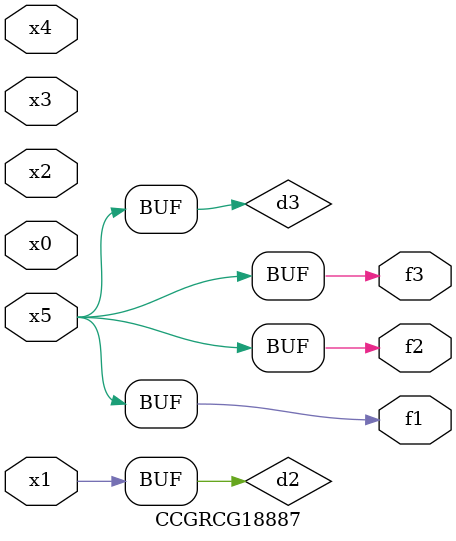
<source format=v>
module CCGRCG18887(
	input x0, x1, x2, x3, x4, x5,
	output f1, f2, f3
);

	wire d1, d2, d3;

	not (d1, x5);
	or (d2, x1);
	xnor (d3, d1);
	assign f1 = d3;
	assign f2 = d3;
	assign f3 = d3;
endmodule

</source>
